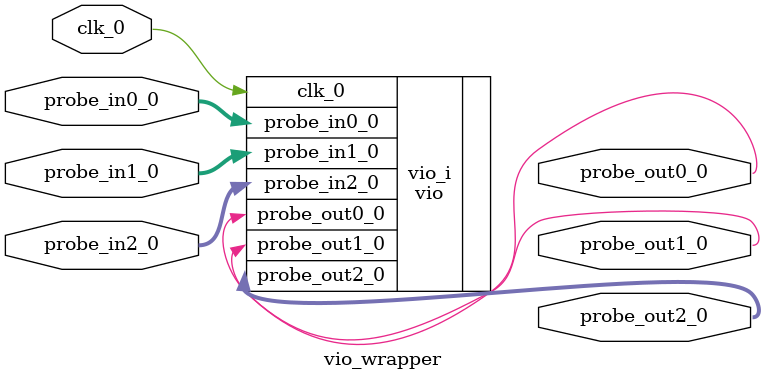
<source format=v>
`timescale 1 ps / 1 ps

module vio_wrapper
   (clk_0,
    probe_in0_0,
    probe_in1_0,
    probe_in2_0,
    probe_out0_0,
    probe_out1_0,
    probe_out2_0);
  input clk_0;
  input [3:0]probe_in0_0;
  input [3:0]probe_in1_0;
  input [3:0]probe_in2_0;
  output [0:0]probe_out0_0;
  output [0:0]probe_out1_0;
  output [3:0]probe_out2_0;

  wire clk_0;
  wire [3:0]probe_in0_0;
  wire [3:0]probe_in1_0;
  wire [3:0]probe_in2_0;
  wire [0:0]probe_out0_0;
  wire [0:0]probe_out1_0;
  wire [3:0]probe_out2_0;

  vio vio_i
       (.clk_0(clk_0),
        .probe_in0_0(probe_in0_0),
        .probe_in1_0(probe_in1_0),
        .probe_in2_0(probe_in2_0),
        .probe_out0_0(probe_out0_0),
        .probe_out1_0(probe_out1_0),
        .probe_out2_0(probe_out2_0));
endmodule


</source>
